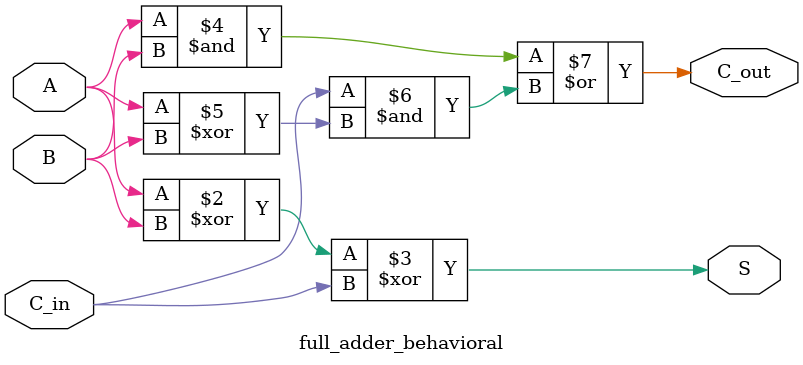
<source format=v>
  module full_adder_behavioral (S, C_out, A, B, C_in);
   input A, B, C_in;
   output reg S, C_out;
   always @(*) begin
     S = A ^ B ^ C_in; // XOR for sum
     C_out = (A & B) | (C_in & (A ^ B )); // Carry logic
   end
  endmodule
 
</source>
